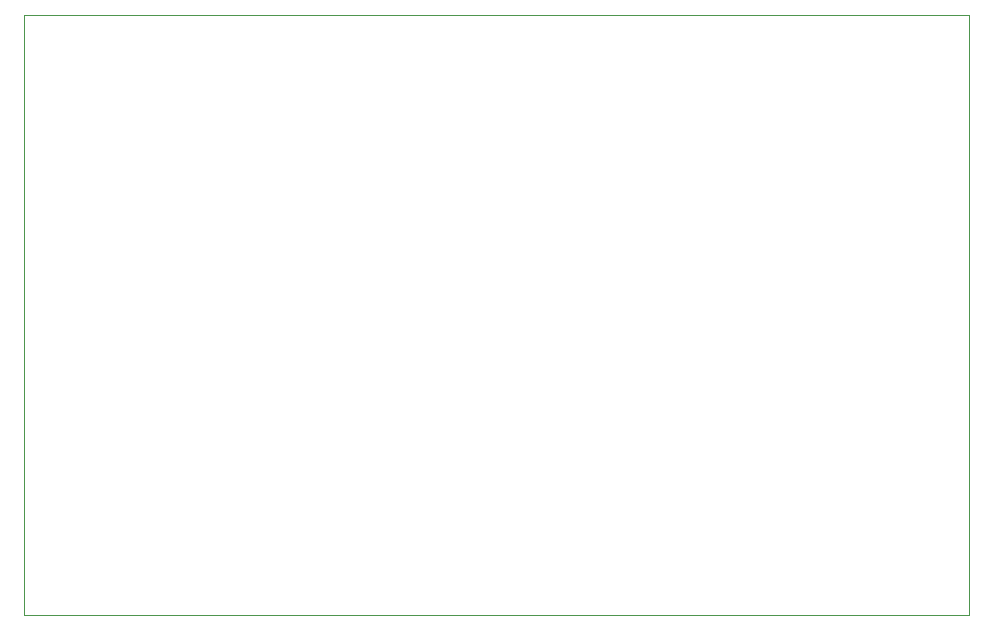
<source format=gbr>
G04 #@! TF.GenerationSoftware,KiCad,Pcbnew,(5.1.5)-3*
G04 #@! TF.CreationDate,2020-06-28T21:32:05-07:00*
G04 #@! TF.ProjectId,LED_MATRIX,4c45445f-4d41-4545-9249-582e6b696361,V01*
G04 #@! TF.SameCoordinates,Original*
G04 #@! TF.FileFunction,Profile,NP*
%FSLAX46Y46*%
G04 Gerber Fmt 4.6, Leading zero omitted, Abs format (unit mm)*
G04 Created by KiCad (PCBNEW (5.1.5)-3) date 2020-06-28 21:32:05*
%MOMM*%
%LPD*%
G04 APERTURE LIST*
%ADD10C,0.025400*%
G04 APERTURE END LIST*
D10*
X133350000Y-108204000D02*
X133350000Y-57404000D01*
X53340000Y-108204000D02*
X133350000Y-108204000D01*
X53340000Y-57404000D02*
X53340000Y-108204000D01*
X53340000Y-57404000D02*
X133350000Y-57404000D01*
M02*

</source>
